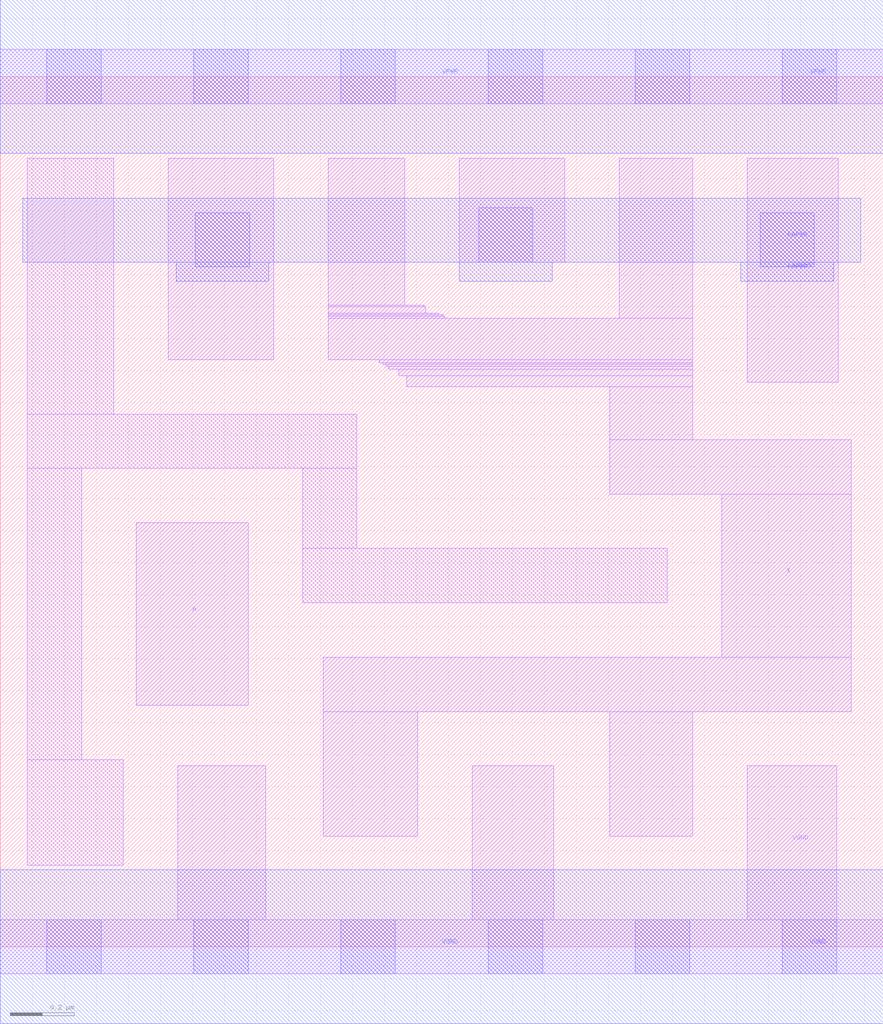
<source format=lef>
# Copyright 2020 The SkyWater PDK Authors
#
# Licensed under the Apache License, Version 2.0 (the "License");
# you may not use this file except in compliance with the License.
# You may obtain a copy of the License at
#
#     https://www.apache.org/licenses/LICENSE-2.0
#
# Unless required by applicable law or agreed to in writing, software
# distributed under the License is distributed on an "AS IS" BASIS,
# WITHOUT WARRANTIES OR CONDITIONS OF ANY KIND, either express or implied.
# See the License for the specific language governing permissions and
# limitations under the License.
#
# SPDX-License-Identifier: Apache-2.0

VERSION 5.7 ;
  NAMESCASESENSITIVE ON ;
  NOWIREEXTENSIONATPIN ON ;
  DIVIDERCHAR "/" ;
  BUSBITCHARS "[]" ;
UNITS
  DATABASE MICRONS 200 ;
END UNITS
MACRO sky130_fd_sc_hd__lpflow_clkbufkapwr_4
  CLASS CORE ;
  SOURCE USER ;
  FOREIGN sky130_fd_sc_hd__lpflow_clkbufkapwr_4 ;
  ORIGIN  0.000000  0.000000 ;
  SIZE  2.760000 BY  2.720000 ;
  SYMMETRY X Y R90 ;
  SITE unithd ;
  PIN A
    ANTENNAGATEAREA  0.213000 ;
    DIRECTION INPUT ;
    USE SIGNAL ;
    PORT
      LAYER li1 ;
        RECT 0.425000 0.755000 0.775000 1.325000 ;
    END
  END A
  PIN X
    ANTENNADIFFAREA  0.795200 ;
    DIRECTION OUTPUT ;
    USE SIGNAL ;
    PORT
      LAYER li1 ;
        RECT 1.010000 0.345000 1.305000 0.735000 ;
        RECT 1.010000 0.735000 2.660000 0.905000 ;
        RECT 1.025000 1.835000 2.165000 1.965000 ;
        RECT 1.025000 1.965000 1.390000 1.970000 ;
        RECT 1.025000 1.970000 1.385000 1.975000 ;
        RECT 1.025000 1.975000 1.370000 1.980000 ;
        RECT 1.025000 1.980000 1.330000 2.000000 ;
        RECT 1.025000 2.000000 1.325000 2.005000 ;
        RECT 1.025000 2.005000 1.265000 2.465000 ;
        RECT 1.185000 1.825000 2.165000 1.835000 ;
        RECT 1.195000 1.820000 2.165000 1.825000 ;
        RECT 1.205000 1.815000 2.165000 1.820000 ;
        RECT 1.215000 1.805000 2.165000 1.815000 ;
        RECT 1.245000 1.785000 2.165000 1.805000 ;
        RECT 1.270000 1.750000 2.165000 1.785000 ;
        RECT 1.905000 0.345000 2.165000 0.735000 ;
        RECT 1.905000 1.415000 2.660000 1.585000 ;
        RECT 1.905000 1.585000 2.165000 1.750000 ;
        RECT 1.935000 1.965000 2.165000 2.465000 ;
        RECT 2.255000 0.905000 2.660000 1.415000 ;
    END
  END X
  PIN KAPWR
    DIRECTION INOUT ;
    SHAPE ABUTMENT ;
    USE POWER ;
    PORT
      LAYER li1 ;
        RECT 0.525000 1.835000 0.855000 2.465000 ;
        RECT 1.435000 2.140000 1.765000 2.465000 ;
        RECT 2.335000 1.765000 2.620000 2.465000 ;
      LAYER mcon ;
        RECT 0.610000 2.125000 0.780000 2.295000 ;
        RECT 1.495000 2.140000 1.665000 2.310000 ;
        RECT 2.375000 2.125000 2.545000 2.295000 ;
      LAYER met1 ;
        RECT 0.070000 2.140000 2.690000 2.340000 ;
        RECT 0.550000 2.080000 0.840000 2.140000 ;
        RECT 1.435000 2.080000 1.725000 2.140000 ;
        RECT 2.315000 2.080000 2.605000 2.140000 ;
    END
  END KAPWR
  PIN VGND
    DIRECTION INOUT ;
    SHAPE ABUTMENT ;
    USE GROUND ;
    PORT
      LAYER li1 ;
        RECT 0.000000 -0.085000 2.760000 0.085000 ;
        RECT 0.555000  0.085000 0.830000 0.565000 ;
        RECT 1.475000  0.085000 1.730000 0.565000 ;
        RECT 2.335000  0.085000 2.615000 0.565000 ;
      LAYER mcon ;
        RECT 0.145000 -0.085000 0.315000 0.085000 ;
        RECT 0.605000 -0.085000 0.775000 0.085000 ;
        RECT 1.065000 -0.085000 1.235000 0.085000 ;
        RECT 1.525000 -0.085000 1.695000 0.085000 ;
        RECT 1.985000 -0.085000 2.155000 0.085000 ;
        RECT 2.445000 -0.085000 2.615000 0.085000 ;
      LAYER met1 ;
        RECT 0.000000 -0.240000 2.760000 0.240000 ;
    END
  END VGND
  PIN VPWR
    DIRECTION INOUT ;
    SHAPE ABUTMENT ;
    USE POWER ;
    PORT
      LAYER li1 ;
        RECT 0.000000 2.635000 2.760000 2.805000 ;
      LAYER mcon ;
        RECT 0.145000 2.635000 0.315000 2.805000 ;
        RECT 0.605000 2.635000 0.775000 2.805000 ;
        RECT 1.065000 2.635000 1.235000 2.805000 ;
        RECT 1.525000 2.635000 1.695000 2.805000 ;
        RECT 1.985000 2.635000 2.155000 2.805000 ;
        RECT 2.445000 2.635000 2.615000 2.805000 ;
      LAYER met1 ;
        RECT 0.000000 2.480000 2.760000 2.960000 ;
    END
  END VPWR
  OBS
    LAYER li1 ;
      RECT 0.085000 0.255000 0.385000 0.585000 ;
      RECT 0.085000 0.585000 0.255000 1.495000 ;
      RECT 0.085000 1.495000 1.115000 1.665000 ;
      RECT 0.085000 1.665000 0.355000 2.465000 ;
      RECT 0.945000 1.075000 2.085000 1.245000 ;
      RECT 0.945000 1.245000 1.115000 1.495000 ;
  END
END sky130_fd_sc_hd__lpflow_clkbufkapwr_4

</source>
